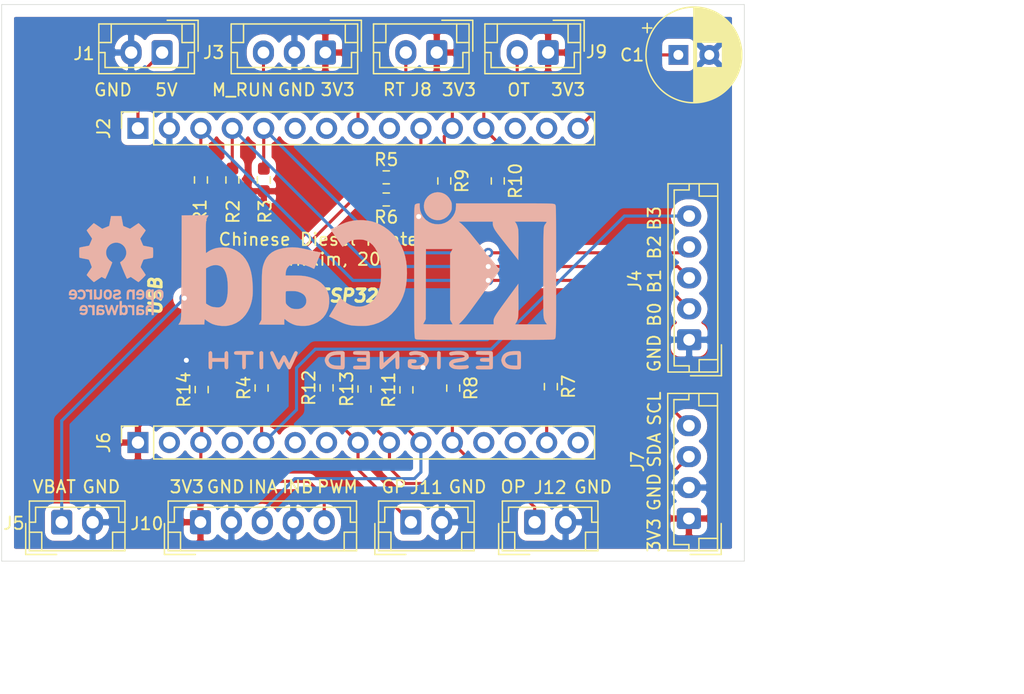
<source format=kicad_pcb>
(kicad_pcb (version 20171130) (host pcbnew "(5.1.9)-1")
  (layers (0 F.Cu signal) (31 B.Cu signal) (34 B.Paste user) (35 F.Paste user) (36 B.SilkS user) (37 F.SilkS user) (38 B.Mask user) (39 F.Mask user) (44 Edge.Cuts user))
  (net 0 "")
  (net 1 GND)
  (net 2 /5V)
  (net 3 /EN)
  (net 4 "Net-(J2-Pad14)")
  (net 5 "Net-(J2-Pad13)")
  (net 6 /OT)
  (net 7 /RT)
  (net 8 /VPWR)
  (net 9 /ADC_RSV)
  (net 10 /M_RUN)
  (net 11 /GPIO_IN_1)
  (net 12 /GPIO_IN_2)
  (net 13 /BTN2)
  (net 14 /BTN1)
  (net 15 /BTN0)
  (net 16 /3V3)
  (net 17 /BTN3)
  (net 18 /VBAT)
  (net 19 "Net-(J6-Pad2)")
  (net 20 /M_PWM)
  (net 21 "Net-(J6-Pad4)")
  (net 22 /PWM_RSV1)
  (net 23 "Net-(J6-Pad7)")
  (net 24 /GP_SIG)
  (net 25 /OP_SIG)
  (net 26 /M_INA)
  (net 27 /SDA)
  (net 28 "Net-(J6-Pad12)")
  (net 29 "Net-(J6-Pad13)")
  (net 30 /SCL)
  (net 31 "Net-(J6-Pad15)")
  (module Symbol:OSHW-Logo_7.5x8mm_SilkScreen (layer B.Cu) (at 119.32 91 180)
    (fp_text reference REF** hide)
    (fp_text value OSHW-Logo_7.5x8mm_SilkScreen hide)
  )
  (module Symbol:KiCad-Logo2_12mm_SilkScreen (layer B.Cu) (at 139.61 91 180)
    (fp_text reference REF** hide)
    (fp_text value KiCad-Logo2_12mm_SilkScreen hide)
  )
  (module Connector_JST:JST_EH_B2B-EH-A_1x02_P2.50mm_Vertical (layer F.Cu) (at 123.02 73.78 180)
    (fp_text reference J1 (at 6.31 -0.09) (layer F.SilkS))
    (fp_text value "5V Power")
    (pad 2 thru_hole oval (at 2.5 0 180) (size 1.7 2) (drill 1) (layers *.Cu *.Mask) (net 1 GND))
    (pad 1 thru_hole roundrect (at 0 0 180) (size 1.7 2) (drill 1) (layers *.Cu *.Mask) (roundrect_rratio 0.1470588235294118) (net 2 /5V))
  )
  (module Connector_JST:JST_EH_B3B-EH-A_1x03_P2.50mm_Vertical (layer F.Cu) (at 136.21 73.78 180)
    (fp_text reference J3 (at 9.02 0) (layer F.SilkS))
    (fp_text value "Hall Sensor")
    (pad 1 thru_hole roundrect (at 0 0 180) (size 1.7 1.95) (drill 0.95) (layers *.Cu *.Mask) (roundrect_rratio 0.1470588235294118) (net 16 /3V3))
    (pad 2 thru_hole oval (at 2.5 0 180) (size 1.7 1.95) (drill 0.95) (layers *.Cu *.Mask) (net 1 GND))
    (pad 3 thru_hole oval (at 5 0 180) (size 1.7 1.95) (drill 0.95) (layers *.Cu *.Mask) (net 10 /M_RUN))
  )
  (module Connector_JST:JST_EH_B5B-EH-A_1x05_P2.50mm_Vertical (layer F.Cu) (at 165.6 97 90)
    (fp_text reference J4 (at 4.79 -4.38 90) (layer F.SilkS))
    (fp_text value Buttons)
    (pad 5 thru_hole oval (at 10 0 90) (size 1.7 1.95) (drill 0.95) (layers *.Cu *.Mask) (net 17 /BTN3))
    (pad 4 thru_hole oval (at 7.5 0 90) (size 1.7 1.95) (drill 0.95) (layers *.Cu *.Mask) (net 13 /BTN2))
    (pad 3 thru_hole oval (at 5 0 90) (size 1.7 1.95) (drill 0.95) (layers *.Cu *.Mask) (net 14 /BTN1))
    (pad 2 thru_hole oval (at 2.5 0 90) (size 1.7 1.95) (drill 0.95) (layers *.Cu *.Mask) (net 15 /BTN0))
    (pad 1 thru_hole roundrect (at 0 0 90) (size 1.7 1.95) (drill 0.95) (layers *.Cu *.Mask) (roundrect_rratio 0.1470588235294118) (net 1 GND))
  )
  (module Connector_JST:JST_EH_B2B-EH-A_1x02_P2.50mm_Vertical (layer F.Cu) (at 114.91 111.75)
    (fp_text reference J5 (at -3.86 0.09) (layer F.SilkS))
    (fp_text value "Battery Mon")
    (pad 1 thru_hole roundrect (at 0 0) (size 1.7 2) (drill 1) (layers *.Cu *.Mask) (roundrect_rratio 0.1470588235294118) (net 18 /VBAT))
    (pad 2 thru_hole oval (at 2.5 0) (size 1.7 2) (drill 1) (layers *.Cu *.Mask) (net 1 GND))
  )
  (module Connector_JST:JST_EH_B4B-EH-A_1x04_P2.50mm_Vertical (layer F.Cu) (at 165.58 111.45 90)
    (fp_text reference J7 (at 4.6 -4.14 90) (layer F.SilkS))
    (fp_text value OLED)
    (pad 1 thru_hole roundrect (at 0 0 90) (size 1.7 1.95) (drill 0.95) (layers *.Cu *.Mask) (roundrect_rratio 0.1470588235294118) (net 16 /3V3))
    (pad 2 thru_hole oval (at 2.5 0 90) (size 1.7 1.95) (drill 0.95) (layers *.Cu *.Mask) (net 1 GND))
    (pad 3 thru_hole oval (at 5 0 90) (size 1.7 1.95) (drill 0.95) (layers *.Cu *.Mask) (net 27 /SDA))
    (pad 4 thru_hole oval (at 7.5 0 90) (size 1.7 1.95) (drill 0.95) (layers *.Cu *.Mask) (net 30 /SCL))
  )
  (module Connector_JST:JST_EH_B2B-EH-A_1x02_P2.50mm_Vertical (layer F.Cu) (at 145.21 73.78 180)
    (fp_text reference J8 (at 1.26 -3) (layer F.SilkS))
    (fp_text value "NTC50K Room Temperatire")
    (pad 2 thru_hole oval (at 2.5 0 180) (size 1.7 2) (drill 1) (layers *.Cu *.Mask) (net 7 /RT))
    (pad 1 thru_hole roundrect (at 0 0 180) (size 1.7 2) (drill 1) (layers *.Cu *.Mask) (roundrect_rratio 0.1470588235294118) (net 16 /3V3))
  )
  (module Connector_JST:JST_EH_B2B-EH-A_1x02_P2.50mm_Vertical (layer F.Cu) (at 154.21 73.78 180)
    (fp_text reference J9 (at -3.91 0.06) (layer F.SilkS))
    (fp_text value "NTC50K Outlet Temperatire")
    (pad 1 thru_hole roundrect (at 0 0 180) (size 1.7 2) (drill 1) (layers *.Cu *.Mask) (roundrect_rratio 0.1470588235294118) (net 16 /3V3))
    (pad 2 thru_hole oval (at 2.5 0 180) (size 1.7 2) (drill 1) (layers *.Cu *.Mask) (net 6 /OT))
  )
  (module Connector_JST:JST_EH_B5B-EH-A_1x05_P2.50mm_Vertical (layer F.Cu) (at 126.12 111.75)
    (fp_text reference J10 (at -4.33 0.12) (layer F.SilkS))
    (fp_text value "Fan Motor")
    (pad 1 thru_hole roundrect (at 0 0) (size 1.7 1.95) (drill 0.95) (layers *.Cu *.Mask) (roundrect_rratio 0.1470588235294118) (net 16 /3V3))
    (pad 2 thru_hole oval (at 2.5 0) (size 1.7 1.95) (drill 0.95) (layers *.Cu *.Mask) (net 1 GND))
    (pad 3 thru_hole oval (at 5 0) (size 1.7 1.95) (drill 0.95) (layers *.Cu *.Mask) (net 26 /M_INA))
    (pad 4 thru_hole oval (at 7.5 0) (size 1.7 1.95) (drill 0.95) (layers *.Cu *.Mask) (net 1 GND))
    (pad 5 thru_hole oval (at 10 0) (size 1.7 1.95) (drill 0.95) (layers *.Cu *.Mask) (net 20 /M_PWM))
  )
  (module Connector_JST:JST_EH_B2B-EH-A_1x02_P2.50mm_Vertical (layer F.Cu) (at 143.12 111.75)
    (fp_text reference J11 (at 1.25 -2.8) (layer F.SilkS))
    (fp_text value "Glow Plug")
    (pad 2 thru_hole oval (at 2.5 0) (size 1.7 2) (drill 1) (layers *.Cu *.Mask) (net 1 GND))
    (pad 1 thru_hole roundrect (at 0 0) (size 1.7 2) (drill 1) (layers *.Cu *.Mask) (roundrect_rratio 0.1470588235294118) (net 24 /GP_SIG))
  )
  (module Connector_JST:JST_EH_B2B-EH-A_1x02_P2.50mm_Vertical (layer F.Cu) (at 153.12 111.75)
    (fp_text reference J12 (at 1.25 -2.8) (layer F.SilkS))
    (fp_text value "Oil Pump")
    (pad 1 thru_hole roundrect (at 0 0) (size 1.7 2) (drill 1) (layers *.Cu *.Mask) (roundrect_rratio 0.1470588235294118) (net 25 /OP_SIG))
    (pad 2 thru_hole oval (at 2.5 0) (size 1.7 2) (drill 1) (layers *.Cu *.Mask) (net 1 GND))
  )
  (module Resistor_SMD:R_0603_1608Metric_Pad0.98x0.95mm_HandSolder (layer F.Cu) (at 126.16 84.08 270)
    (fp_text reference R1 (at 2.52 0.07 90) (layer F.SilkS))
    (fp_text value 2K)
    (pad 2 smd roundrect (at 0.9125 0 270) (size 0.975 0.95) (layers F.Cu F.Paste F.Mask) (net 16 /3V3))
    (pad 1 smd roundrect (at -0.9125 0 270) (size 0.975 0.95) (layers F.Cu F.Paste F.Mask) (net 15 /BTN0))
  )
  (module Resistor_SMD:R_0603_1608Metric_Pad0.98x0.95mm_HandSolder (layer F.Cu) (at 128.7 84.08 270)
    (fp_text reference R2 (at 2.57 -0.06 90) (layer F.SilkS))
    (fp_text value 2K)
    (pad 1 smd roundrect (at -0.9125 0 270) (size 0.975 0.95) (layers F.Cu F.Paste F.Mask) (net 14 /BTN1))
    (pad 2 smd roundrect (at 0.9125 0 270) (size 0.975 0.95) (layers F.Cu F.Paste F.Mask) (net 16 /3V3))
  )
  (module Resistor_SMD:R_0603_1608Metric_Pad0.98x0.95mm_HandSolder (layer F.Cu) (at 131.24 84.08 270)
    (fp_text reference R3 (at 2.55 -0.1 90) (layer F.SilkS))
    (fp_text value 2K)
    (pad 2 smd roundrect (at 0.9125 0 270) (size 0.975 0.95) (layers F.Cu F.Paste F.Mask) (net 16 /3V3))
    (pad 1 smd roundrect (at -0.9125 0 270) (size 0.975 0.95) (layers F.Cu F.Paste F.Mask) (net 13 /BTN2))
  )
  (module Resistor_SMD:R_0603_1608Metric_Pad0.98x0.95mm_HandSolder (layer F.Cu) (at 131.06 100.9 90)
    (fp_text reference R4 (at 0 -1.43 90) (layer F.SilkS))
    (fp_text value 2K)
    (pad 1 smd roundrect (at -0.9125 0 90) (size 0.975 0.95) (layers F.Cu F.Paste F.Mask) (net 17 /BTN3))
    (pad 2 smd roundrect (at 0.9125 0 90) (size 0.975 0.95) (layers F.Cu F.Paste F.Mask) (net 16 /3V3))
  )
  (module Resistor_SMD:R_0603_1608Metric_Pad0.98x0.95mm_HandSolder (layer F.Cu) (at 141.13 83.87)
    (fp_text reference R5 (at 0 -1.43) (layer F.SilkS))
    (fp_text value 33K)
    (pad 2 smd roundrect (at 0.9125 0) (size 0.975 0.95) (layers F.Cu F.Paste F.Mask) (net 8 /VPWR))
    (pad 1 smd roundrect (at -0.9125 0) (size 0.975 0.95) (layers F.Cu F.Paste F.Mask) (net 18 /VBAT))
  )
  (module Resistor_SMD:R_0603_1608Metric_Pad0.98x0.95mm_HandSolder (layer F.Cu) (at 141.13 85.66 180)
    (fp_text reference R6 (at 0 -1.43) (layer F.SilkS))
    (fp_text value 3.3K)
    (pad 1 smd roundrect (at -0.9125 0 180) (size 0.975 0.95) (layers F.Cu F.Paste F.Mask) (net 8 /VPWR))
    (pad 2 smd roundrect (at 0.9125 0 180) (size 0.975 0.95) (layers F.Cu F.Paste F.Mask) (net 1 GND))
  )
  (module Resistor_SMD:R_0603_1608Metric_Pad0.98x0.95mm_HandSolder (layer F.Cu) (at 154.43 100.79 270)
    (fp_text reference R7 (at 0 -1.43 90) (layer F.SilkS))
    (fp_text value 1K)
    (pad 2 smd roundrect (at 0.9125 0 270) (size 0.975 0.95) (layers F.Cu F.Paste F.Mask) (net 30 /SCL))
    (pad 1 smd roundrect (at -0.9125 0 270) (size 0.975 0.95) (layers F.Cu F.Paste F.Mask) (net 16 /3V3))
  )
  (module Resistor_SMD:R_0603_1608Metric_Pad0.98x0.95mm_HandSolder (layer F.Cu) (at 146.54 100.91 270)
    (fp_text reference R8 (at 0 -1.43 90) (layer F.SilkS))
    (fp_text value 1K)
    (pad 2 smd roundrect (at 0.9125 0 270) (size 0.975 0.95) (layers F.Cu F.Paste F.Mask) (net 27 /SDA))
    (pad 1 smd roundrect (at -0.9125 0 270) (size 0.975 0.95) (layers F.Cu F.Paste F.Mask) (net 16 /3V3))
  )
  (module Resistor_SMD:R_0603_1608Metric_Pad0.98x0.95mm_HandSolder (layer F.Cu) (at 145.82 84.16 270)
    (fp_text reference R9 (at 0 -1.43 90) (layer F.SilkS))
    (fp_text value 51K)
    (pad 1 smd roundrect (at -0.9125 0 270) (size 0.975 0.95) (layers F.Cu F.Paste F.Mask) (net 7 /RT))
    (pad 2 smd roundrect (at 0.9125 0 270) (size 0.975 0.95) (layers F.Cu F.Paste F.Mask) (net 1 GND))
  )
  (module Resistor_SMD:R_0603_1608Metric_Pad0.98x0.95mm_HandSolder (layer F.Cu) (at 150.14 84.16 270)
    (fp_text reference R10 (at 0 -1.43 90) (layer F.SilkS))
    (fp_text value 51K)
    (pad 2 smd roundrect (at 0.9125 0 270) (size 0.975 0.95) (layers F.Cu F.Paste F.Mask) (net 1 GND))
    (pad 1 smd roundrect (at -0.9125 0 270) (size 0.975 0.95) (layers F.Cu F.Paste F.Mask) (net 6 /OT))
  )
  (module Resistor_SMD:R_0603_1608Metric_Pad0.98x0.95mm_HandSolder (layer F.Cu) (at 142.76 101.05 90)
    (fp_text reference R11 (at 0 -1.43 90) (layer F.SilkS))
    (fp_text value 2K)
    (pad 1 smd roundrect (at -0.9125 0 90) (size 0.975 0.95) (layers F.Cu F.Paste F.Mask) (net 26 /M_INA))
    (pad 2 smd roundrect (at 0.9125 0 90) (size 0.975 0.95) (layers F.Cu F.Paste F.Mask) (net 1 GND))
  )
  (module Resistor_SMD:R_0603_1608Metric_Pad0.98x0.95mm_HandSolder (layer F.Cu) (at 136.31 100.89 90)
    (fp_text reference R12 (at 0 -1.43 90) (layer F.SilkS))
    (fp_text value 2K)
    (pad 1 smd roundrect (at -0.9125 0 90) (size 0.975 0.95) (layers F.Cu F.Paste F.Mask) (net 24 /GP_SIG))
    (pad 2 smd roundrect (at 0.9125 0 90) (size 0.975 0.95) (layers F.Cu F.Paste F.Mask) (net 1 GND))
  )
  (module Resistor_SMD:R_0603_1608Metric_Pad0.98x0.95mm_HandSolder (layer F.Cu) (at 139.37 100.98 90)
    (fp_text reference R13 (at 0 -1.43 90) (layer F.SilkS))
    (fp_text value 2K)
    (pad 1 smd roundrect (at -0.9125 0 90) (size 0.975 0.95) (layers F.Cu F.Paste F.Mask) (net 25 /OP_SIG))
    (pad 2 smd roundrect (at 0.9125 0 90) (size 0.975 0.95) (layers F.Cu F.Paste F.Mask) (net 1 GND))
  )
  (module Resistor_SMD:R_0603_1608Metric_Pad0.98x0.95mm_HandSolder (layer F.Cu) (at 126.22 101.03 90)
    (fp_text reference R14 (at 0 -1.43 90) (layer F.SilkS))
    (fp_text value 2K)
    (pad 2 smd roundrect (at 0.9125 0 90) (size 0.975 0.95) (layers F.Cu F.Paste F.Mask) (net 1 GND))
    (pad 1 smd roundrect (at -0.9125 0 90) (size 0.975 0.95) (layers F.Cu F.Paste F.Mask) (net 20 /M_PWM))
  )
  (module Capacitor_THT:CP_Radial_D7.5mm_P2.50mm (layer F.Cu) (at 164.73 73.97)
    (fp_text reference C1 (at -3.74 0.01) (layer F.SilkS))
    (fp_text value 470uF)
    (pad 1 thru_hole rect (at 0 0) (size 1.6 1.6) (drill 0.8) (layers *.Cu *.Mask) (net 3 /EN))
    (pad 2 thru_hole circle (at 2.5 0) (size 1.6 1.6) (drill 0.8) (layers *.Cu *.Mask) (net 1 GND))
  )
  (module Connector_PinSocket_2.54mm:PinSocket_1x15_P2.54mm_Vertical (layer F.Cu) (at 121.07 79.91 90)
    (fp_text reference J2 (at 0 -2.77 90) (layer F.SilkS))
    (fp_text value "ESP32 Left")
    (pad 1 thru_hole rect (at 0 0 90) (size 1.7 1.7) (drill 1) (layers *.Cu *.Mask) (net 2 /5V))
    (pad 2 thru_hole oval (at 0 2.54 90) (size 1.7 1.7) (drill 1) (layers *.Cu *.Mask) (net 1 GND))
    (pad 3 thru_hole oval (at 0 5.08 90) (size 1.7 1.7) (drill 1) (layers *.Cu *.Mask) (net 15 /BTN0))
    (pad 4 thru_hole oval (at 0 7.62 90) (size 1.7 1.7) (drill 1) (layers *.Cu *.Mask) (net 14 /BTN1))
    (pad 5 thru_hole oval (at 0 10.16 90) (size 1.7 1.7) (drill 1) (layers *.Cu *.Mask) (net 13 /BTN2))
    (pad 6 thru_hole oval (at 0 12.7 90) (size 1.7 1.7) (drill 1) (layers *.Cu *.Mask) (net 12 /GPIO_IN_2))
    (pad 7 thru_hole oval (at 0 15.24 90) (size 1.7 1.7) (drill 1) (layers *.Cu *.Mask) (net 11 /GPIO_IN_1))
    (pad 8 thru_hole oval (at 0 17.78 90) (size 1.7 1.7) (drill 1) (layers *.Cu *.Mask) (net 10 /M_RUN))
    (pad 9 thru_hole oval (at 0 20.32 90) (size 1.7 1.7) (drill 1) (layers *.Cu *.Mask) (net 9 /ADC_RSV))
    (pad 10 thru_hole oval (at 0 22.86 90) (size 1.7 1.7) (drill 1) (layers *.Cu *.Mask) (net 8 /VPWR))
    (pad 11 thru_hole oval (at 0 25.4 90) (size 1.7 1.7) (drill 1) (layers *.Cu *.Mask) (net 7 /RT))
    (pad 12 thru_hole oval (at 0 27.94 90) (size 1.7 1.7) (drill 1) (layers *.Cu *.Mask) (net 6 /OT))
    (pad 13 thru_hole oval (at 0 30.48 90) (size 1.7 1.7) (drill 1) (layers *.Cu *.Mask) (net 5 "Net-(J2-Pad13)"))
    (pad 14 thru_hole oval (at 0 33.02 90) (size 1.7 1.7) (drill 1) (layers *.Cu *.Mask) (net 4 "Net-(J2-Pad14)"))
    (pad 15 thru_hole oval (at 0 35.56 90) (size 1.7 1.7) (drill 1) (layers *.Cu *.Mask) (net 3 /EN))
  )
  (module Connector_PinSocket_2.54mm:PinSocket_1x15_P2.54mm_Vertical (layer F.Cu) (at 121.07 105.31 90)
    (fp_text reference J6 (at 0 -2.77 90) (layer F.SilkS))
    (fp_text value "ESP32 Right")
    (pad 15 thru_hole oval (at 0 35.56 90) (size 1.7 1.7) (drill 1) (layers *.Cu *.Mask) (net 31 "Net-(J6-Pad15)"))
    (pad 14 thru_hole oval (at 0 33.02 90) (size 1.7 1.7) (drill 1) (layers *.Cu *.Mask) (net 30 /SCL))
    (pad 13 thru_hole oval (at 0 30.48 90) (size 1.7 1.7) (drill 1) (layers *.Cu *.Mask) (net 29 "Net-(J6-Pad13)"))
    (pad 12 thru_hole oval (at 0 27.94 90) (size 1.7 1.7) (drill 1) (layers *.Cu *.Mask) (net 28 "Net-(J6-Pad12)"))
    (pad 11 thru_hole oval (at 0 25.4 90) (size 1.7 1.7) (drill 1) (layers *.Cu *.Mask) (net 27 /SDA))
    (pad 10 thru_hole oval (at 0 22.86 90) (size 1.7 1.7) (drill 1) (layers *.Cu *.Mask) (net 26 /M_INA))
    (pad 9 thru_hole oval (at 0 20.32 90) (size 1.7 1.7) (drill 1) (layers *.Cu *.Mask) (net 25 /OP_SIG))
    (pad 8 thru_hole oval (at 0 17.78 90) (size 1.7 1.7) (drill 1) (layers *.Cu *.Mask) (net 24 /GP_SIG))
    (pad 7 thru_hole oval (at 0 15.24 90) (size 1.7 1.7) (drill 1) (layers *.Cu *.Mask) (net 23 "Net-(J6-Pad7)"))
    (pad 6 thru_hole oval (at 0 12.7 90) (size 1.7 1.7) (drill 1) (layers *.Cu *.Mask) (net 22 /PWM_RSV1))
    (pad 5 thru_hole oval (at 0 10.16 90) (size 1.7 1.7) (drill 1) (layers *.Cu *.Mask) (net 17 /BTN3))
    (pad 4 thru_hole oval (at 0 7.62 90) (size 1.7 1.7) (drill 1) (layers *.Cu *.Mask) (net 21 "Net-(J6-Pad4)"))
    (pad 3 thru_hole oval (at 0 5.08 90) (size 1.7 1.7) (drill 1) (layers *.Cu *.Mask) (net 20 /M_PWM))
    (pad 2 thru_hole oval (at 0 2.54 90) (size 1.7 1.7) (drill 1) (layers *.Cu *.Mask) (net 19 "Net-(J6-Pad2)"))
    (pad 1 thru_hole rect (at 0 0 90) (size 1.7 1.7) (drill 1) (layers *.Cu *.Mask) (net 16 /3V3))
  )
  (gr_text USB (at 122.49 93.46 90) (layer F.SilkS) (effects (font (size 1 1) (thickness 0.25) italic)))
  (gr_text ESP32 (at 138.05 93.44) (layer F.SilkS) (effects (font (size 1 1) (thickness 0.25) italic)))
  (gr_text "Chinese Diesel Heater v0.1\nH.Kim, 2021" (at 137.9 89.69) (layer F.SilkS) (effects (font (size 1 1))))
  (gr_text M_RUN (at 129.55 76.8) (layer F.SilkS) (effects (font (size 1 1))))
  (gr_text GND (at 133.9 76.79) (layer F.SilkS) (effects (font (size 1 1))))
  (gr_text 3V3 (at 137.21 76.78) (layer F.SilkS) (effects (font (size 1 1))))
  (gr_text RT (at 141.75 76.78) (layer F.SilkS) (effects (font (size 1 1))))
  (gr_text OT (at 151.82 76.8) (layer F.SilkS) (effects (font (size 1 1))))
  (gr_text 3V3 (at 147.01 76.79) (layer F.SilkS) (effects (font (size 1 1))))
  (gr_text 3V3 (at 155.83 76.78) (layer F.SilkS) (effects (font (size 1 1))))
  (gr_text B3 (at 162.8 87.18 90) (layer F.SilkS) (effects (font (size 1 1))))
  (gr_text B2 (at 162.8 89.52 90) (layer F.SilkS) (effects (font (size 1 1))))
  (gr_text B1 (at 162.81 92.26 90) (layer F.SilkS) (effects (font (size 1 1))))
  (gr_text B0 (at 162.8 94.96 90) (layer F.SilkS) (effects (font (size 1 1))))
  (gr_text GND (at 162.78 98.09 90) (layer F.SilkS) (effects (font (size 1 1))))
  (gr_text SCL (at 162.8 102.57 90) (layer F.SilkS) (effects (font (size 1 1))))
  (gr_text SDA (at 162.79 105.92 90) (layer F.SilkS) (effects (font (size 1 1))))
  (gr_text 3V3 (at 162.77 112.8 90) (layer F.SilkS) (effects (font (size 1 1))))
  (gr_text GND (at 162.77 109.31 90) (layer F.SilkS) (effects (font (size 1 1))))
  (gr_text GP (at 141.75 108.89) (layer F.SilkS) (effects (font (size 1 1))))
  (gr_text OP (at 151.39 108.9) (layer F.SilkS) (effects (font (size 1 1))))
  (gr_text GND (at 157.84 108.91) (layer F.SilkS) (effects (font (size 1 1))))
  (gr_text GND (at 147.7 108.89) (layer F.SilkS) (effects (font (size 1 1))))
  (gr_text PWM (at 137.18 108.89) (layer F.SilkS) (effects (font (size 1 1))))
  (gr_text INB (at 133.98 108.89) (layer F.SilkS) (effects (font (size 1 1))))
  (gr_text INA (at 131.16 108.9) (layer F.SilkS) (effects (font (size 1 1))))
  (gr_text GND (at 128.16 108.89) (layer F.SilkS) (effects (font (size 1 1))))
  (gr_text 3V3 (at 125.02 108.89) (layer F.SilkS) (effects (font (size 1 1))))
  (gr_text VBAT (at 114.31 108.89) (layer F.SilkS) (effects (font (size 1 1))))
  (gr_text GND (at 118.11 108.89) (layer F.SilkS) (effects (font (size 1 1))))
  (gr_text 5V (at 123.37 76.8) (layer F.SilkS) (effects (font (size 1 1))))
  (gr_text GND (at 119.05 76.8) (layer F.SilkS) (effects (font (size 1 1))))
  (gr_line (start 170.06 114.9) (end 110.06 114.9) (layer Edge.Cuts) (width 0.05))
  (gr_line (start 170.06 69.9) (end 170.06 114.9) (layer Edge.Cuts) (width 0.05))
  (gr_line (start 110.06 69.9) (end 170.06 69.9) (layer Edge.Cuts) (width 0.05))
  (gr_line (start 110.06 114.9) (end 110.06 69.9) (layer Edge.Cuts) (width 0.05))
  (segment (start 126.22 100.1175) (end 126.22 99.9) (width 0.25) (layer F.Cu) (net 1))
  (via (at 124.98 98.66) (size 0.8) (drill 0.4) (layers F.Cu B.Cu) (net 1))
  (segment (start 126.22 99.9) (end 124.98 98.66) (width 0.25) (layer F.Cu) (net 1))
  (segment (start 139.28 99.9775) (end 139.37 100.0675) (width 0.25) (layer F.Cu) (net 1))
  (segment (start 136.31 99.9775) (end 139.28 99.9775) (width 0.25) (layer F.Cu) (net 1))
  (segment (start 142.69 100.0675) (end 142.76 100.1375) (width 0.25) (layer F.Cu) (net 1))
  (segment (start 139.37 100.0675) (end 142.69 100.0675) (width 0.25) (layer F.Cu) (net 1))
  (segment (start 142.76 100.1375) (end 143.2125 100.1375) (width 0.25) (layer F.Cu) (net 1))
  (via (at 144.1 99.25) (size 0.8) (drill 0.4) (layers F.Cu B.Cu) (net 1))
  (segment (start 143.2125 100.1375) (end 144.1 99.25) (width 0.25) (layer F.Cu) (net 1))
  (segment (start 150.14 85.0725) (end 145.82 85.0725) (width 0.25) (layer F.Cu) (net 1))
  (segment (start 140.2175 85.66) (end 140.2175 86.3375) (width 0.25) (layer F.Cu) (net 1))
  (segment (start 140.2175 86.3375) (end 140.92 87.04) (width 0.25) (layer F.Cu) (net 1))
  (via (at 143.75 87.04) (size 0.8) (drill 0.4) (layers F.Cu B.Cu) (net 1))
  (segment (start 140.92 87.04) (end 143.75 87.04) (width 0.25) (layer F.Cu) (net 1))
  (segment (start 145.7175 85.0725) (end 145.82 85.0725) (width 0.25) (layer F.Cu) (net 1))
  (segment (start 143.75 87.04) (end 145.7175 85.0725) (width 0.25) (layer F.Cu) (net 1))
  (segment (start 121.07 75.73) (end 123.02 73.78) (width 0.25) (layer F.Cu) (net 2))
  (segment (start 121.07 79.91) (end 121.07 75.73) (width 0.25) (layer F.Cu) (net 2))
  (segment (start 162.57 73.97) (end 156.63 79.91) (width 0.25) (layer F.Cu) (net 3))
  (segment (start 164.73 73.97) (end 162.57 73.97) (width 0.25) (layer F.Cu) (net 3))
  (segment (start 150.14 81.04) (end 149.01 79.91) (width 0.25) (layer F.Cu) (net 6))
  (segment (start 150.14 83.2475) (end 150.14 81.04) (width 0.25) (layer F.Cu) (net 6))
  (segment (start 151.71 73.78) (end 151.71 76.36) (width 0.25) (layer F.Cu) (net 6))
  (segment (start 151.71 76.36) (end 150.94 77.13) (width 0.25) (layer F.Cu) (net 6))
  (segment (start 150.94 77.13) (end 149.39 77.13) (width 0.25) (layer F.Cu) (net 6))
  (segment (start 149.01 77.51) (end 149.01 79.91) (width 0.25) (layer F.Cu) (net 6))
  (segment (start 149.39 77.13) (end 149.01 77.51) (width 0.25) (layer F.Cu) (net 6))
  (segment (start 145.82 80.56) (end 146.47 79.91) (width 0.25) (layer F.Cu) (net 7))
  (segment (start 145.82 83.2475) (end 145.82 80.56) (width 0.25) (layer F.Cu) (net 7))
  (segment (start 142.71 73.78) (end 142.71 75.97) (width 0.25) (layer F.Cu) (net 7))
  (segment (start 142.71 75.97) (end 143.74 77) (width 0.25) (layer F.Cu) (net 7))
  (segment (start 143.74 77) (end 145.71 77) (width 0.25) (layer F.Cu) (net 7))
  (segment (start 146.47 77.76) (end 146.47 79.91) (width 0.25) (layer F.Cu) (net 7))
  (segment (start 145.71 77) (end 146.47 77.76) (width 0.25) (layer F.Cu) (net 7))
  (segment (start 143.93 81.9825) (end 142.0425 83.87) (width 0.25) (layer F.Cu) (net 8))
  (segment (start 143.93 79.91) (end 143.93 81.9825) (width 0.25) (layer F.Cu) (net 8))
  (segment (start 142.0425 83.87) (end 142.0425 85.66) (width 0.25) (layer F.Cu) (net 8))
  (segment (start 131.21 73.78) (end 131.21 75.78) (width 0.25) (layer F.Cu) (net 10))
  (segment (start 131.21 75.78) (end 132.49 77.06) (width 0.25) (layer F.Cu) (net 10))
  (segment (start 132.49 77.06) (end 137.99 77.06) (width 0.25) (layer F.Cu) (net 10))
  (segment (start 138.85 77.92) (end 138.85 79.91) (width 0.25) (layer F.Cu) (net 10))
  (segment (start 137.99 77.06) (end 138.85 77.92) (width 0.25) (layer F.Cu) (net 10))
  (segment (start 131.23 83.1575) (end 131.24 83.1675) (width 0.25) (layer F.Cu) (net 13))
  (segment (start 131.23 79.91) (end 131.23 83.1575) (width 0.25) (layer F.Cu) (net 13))
  (via (at 149.37 89.97) (size 0.8) (drill 0.4) (layers F.Cu B.Cu) (net 13))
  (segment (start 131.37 80.05) (end 131.23 79.91) (width 0.25) (layer B.Cu) (net 13))
  (segment (start 165.13 89.97) (end 165.6 89.5) (width 0.25) (layer F.Cu) (net 13))
  (segment (start 149.37 89.97) (end 165.13 89.97) (width 0.25) (layer F.Cu) (net 13))
  (segment (start 141.29 89.97) (end 131.23 79.91) (width 0.25) (layer B.Cu) (net 13))
  (segment (start 149.37 89.97) (end 141.29 89.97) (width 0.25) (layer B.Cu) (net 13))
  (segment (start 128.69 83.1575) (end 128.7 83.1675) (width 0.25) (layer F.Cu) (net 14))
  (segment (start 128.69 79.91) (end 128.69 83.1575) (width 0.25) (layer F.Cu) (net 14))
  (via (at 149.37 91.08) (size 0.8) (drill 0.4) (layers F.Cu B.Cu) (net 14))
  (segment (start 164.68 91.08) (end 165.6 92) (width 0.25) (layer F.Cu) (net 14))
  (segment (start 149.37 91.08) (end 164.68 91.08) (width 0.25) (layer F.Cu) (net 14))
  (segment (start 139.86 91.08) (end 128.69 79.91) (width 0.25) (layer B.Cu) (net 14))
  (segment (start 149.37 91.08) (end 139.86 91.08) (width 0.25) (layer B.Cu) (net 14))
  (segment (start 126.15 83.1575) (end 126.16 83.1675) (width 0.25) (layer F.Cu) (net 15))
  (segment (start 126.15 79.91) (end 126.15 83.1575) (width 0.25) (layer F.Cu) (net 15))
  (via (at 149.37 92.2) (size 0.8) (drill 0.4) (layers F.Cu B.Cu) (net 15))
  (segment (start 163.3 92.2) (end 165.6 94.5) (width 0.25) (layer F.Cu) (net 15))
  (segment (start 149.37 92.2) (end 163.3 92.2) (width 0.25) (layer F.Cu) (net 15))
  (segment (start 138.44 92.2) (end 126.15 79.91) (width 0.25) (layer B.Cu) (net 15))
  (segment (start 149.37 92.2) (end 138.44 92.2) (width 0.25) (layer B.Cu) (net 15))
  (segment (start 131.06 105.14) (end 131.23 105.31) (width 0.25) (layer F.Cu) (net 17))
  (segment (start 131.06 101.8125) (end 131.06 105.14) (width 0.25) (layer F.Cu) (net 17))
  (segment (start 131.23 105.31) (end 133.88 102.66) (width 0.25) (layer B.Cu) (net 17))
  (segment (start 133.88 102.66) (end 133.88 99.28) (width 0.25) (layer B.Cu) (net 17))
  (segment (start 133.88 99.28) (end 135.4 97.76) (width 0.25) (layer B.Cu) (net 17))
  (segment (start 135.4 97.76) (end 149.61 97.76) (width 0.25) (layer B.Cu) (net 17))
  (segment (start 160.37 87) (end 149.61 97.76) (width 0.25) (layer B.Cu) (net 17))
  (segment (start 165.6 87) (end 160.37 87) (width 0.25) (layer B.Cu) (net 17))
  (via (at 124.82 93.64) (size 0.8) (drill 0.4) (layers F.Cu B.Cu) (net 18))
  (segment (start 124.82 93.64) (end 128.36 90.1) (width 0.25) (layer F.Cu) (net 18))
  (segment (start 133.9875 90.1) (end 140.2175 83.87) (width 0.25) (layer F.Cu) (net 18))
  (segment (start 128.36 90.1) (end 133.9875 90.1) (width 0.25) (layer F.Cu) (net 18))
  (segment (start 114.91 103.55) (end 124.82 93.64) (width 0.25) (layer B.Cu) (net 18))
  (segment (start 114.91 111.75) (end 114.91 103.55) (width 0.25) (layer B.Cu) (net 18))
  (segment (start 126.22 105.24) (end 126.15 105.31) (width 0.25) (layer F.Cu) (net 20))
  (segment (start 126.22 101.9425) (end 126.22 105.24) (width 0.25) (layer F.Cu) (net 20))
  (segment (start 136.12 111.75) (end 136.12 109.71) (width 0.25) (layer F.Cu) (net 20))
  (segment (start 136.12 109.71) (end 134.86 108.45) (width 0.25) (layer F.Cu) (net 20))
  (segment (start 134.86 108.45) (end 127.23 108.45) (width 0.25) (layer F.Cu) (net 20))
  (segment (start 126.15 107.37) (end 126.15 105.31) (width 0.25) (layer F.Cu) (net 20))
  (segment (start 127.23 108.45) (end 126.15 107.37) (width 0.25) (layer F.Cu) (net 20))
  (segment (start 136.31 102.77) (end 138.85 105.31) (width 0.25) (layer F.Cu) (net 24))
  (segment (start 136.31 101.8025) (end 136.31 102.77) (width 0.25) (layer F.Cu) (net 24))
  (segment (start 138.85 107.48) (end 143.12 111.75) (width 0.25) (layer F.Cu) (net 24))
  (segment (start 138.85 105.31) (end 138.85 107.48) (width 0.25) (layer F.Cu) (net 24))
  (segment (start 139.37 103.29) (end 141.39 105.31) (width 0.25) (layer F.Cu) (net 25))
  (segment (start 139.37 101.8925) (end 139.37 103.29) (width 0.25) (layer F.Cu) (net 25))
  (segment (start 153.12 111.75) (end 153.12 110.54) (width 0.25) (layer F.Cu) (net 25))
  (segment (start 153.12 110.54) (end 151.2 108.62) (width 0.25) (layer F.Cu) (net 25))
  (segment (start 151.2 108.62) (end 142.65 108.62) (width 0.25) (layer F.Cu) (net 25))
  (segment (start 141.39 107.36) (end 141.39 105.31) (width 0.25) (layer F.Cu) (net 25))
  (segment (start 142.65 108.62) (end 141.39 107.36) (width 0.25) (layer F.Cu) (net 25))
  (segment (start 142.76 104.14) (end 143.93 105.31) (width 0.25) (layer F.Cu) (net 26))
  (segment (start 142.76 101.9625) (end 142.76 104.14) (width 0.25) (layer F.Cu) (net 26))
  (segment (start 131.12 111.75) (end 131.12 110.86) (width 0.25) (layer B.Cu) (net 26))
  (segment (start 131.12 110.86) (end 133.75 108.23) (width 0.25) (layer B.Cu) (net 26))
  (segment (start 133.75 108.23) (end 143.4 108.23) (width 0.25) (layer B.Cu) (net 26))
  (segment (start 143.93 107.7) (end 143.93 105.31) (width 0.25) (layer B.Cu) (net 26))
  (segment (start 143.4 108.23) (end 143.93 107.7) (width 0.25) (layer B.Cu) (net 26))
  (segment (start 146.47 101.8925) (end 146.54 101.8225) (width 0.25) (layer F.Cu) (net 27))
  (segment (start 146.47 105.31) (end 146.47 101.8925) (width 0.25) (layer F.Cu) (net 27))
  (segment (start 146.47 105.31) (end 149.03 107.87) (width 0.25) (layer F.Cu) (net 27))
  (segment (start 164.16 107.87) (end 165.58 106.45) (width 0.25) (layer F.Cu) (net 27))
  (segment (start 149.03 107.87) (end 164.16 107.87) (width 0.25) (layer F.Cu) (net 27))
  (segment (start 154.09 102.0425) (end 154.43 101.7025) (width 0.25) (layer F.Cu) (net 30))
  (segment (start 154.09 105.31) (end 154.09 102.0425) (width 0.25) (layer F.Cu) (net 30))
  (segment (start 163.3325 101.7025) (end 165.58 103.95) (width 0.25) (layer F.Cu) (net 30))
  (segment (start 154.43 101.7025) (end 163.3325 101.7025) (width 0.25) (layer F.Cu) (net 30))
  (zone (net 16) (net_name /3V3) (layer F.Cu) (connect_pads (clearance 0.508)) (min_thickness 0.254) (fill yes (arc_segments 32) (thermal_gap 0.508) (thermal_bridge_width 0.508))
    (polygon (pts (xy 169.06 70.9) (xy 169.06 113.9) (xy 111.06 113.9) (xy 111.06 70.9)))
  )
  (zone (net 1) (net_name GND) (layer B.Cu) (connect_pads (clearance 0.508)) (min_thickness 0.254) (fill yes (arc_segments 32) (thermal_gap 0.508) (thermal_bridge_width 0.508))
    (polygon (pts (xy 169.06 70.9) (xy 169.06 113.9) (xy 111.06 113.9) (xy 111.06 70.9)))
  )
)
</source>
